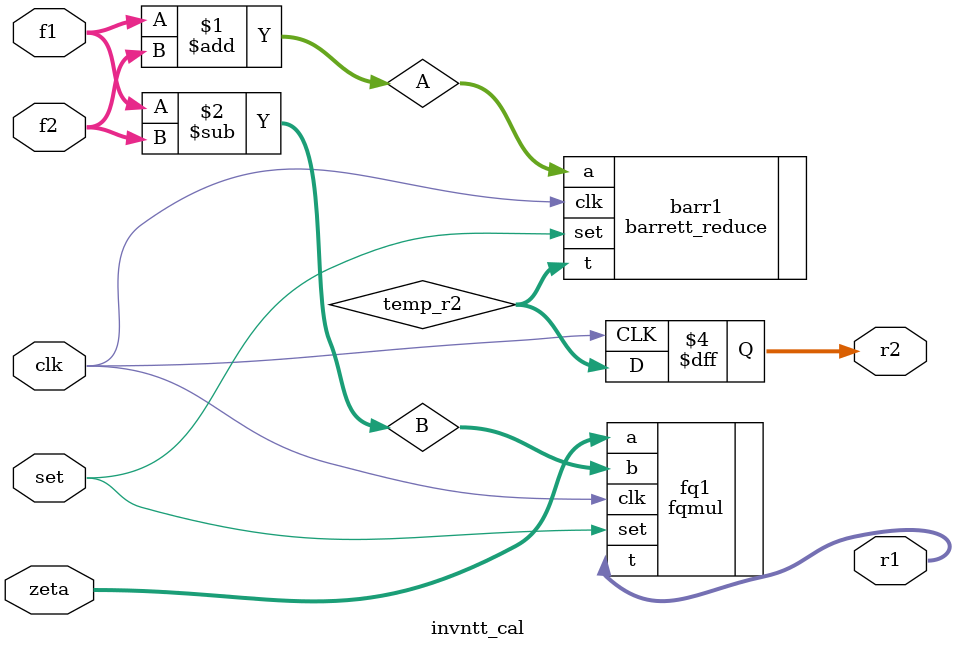
<source format=v>
module invntt_cal(
  input clk,
  input set,
  input wire signed [15:0] f1, // f[j+len]
  input wire signed [15:0] f2, // f[j]
  input wire signed [15:0] zeta,
  output wire signed [15:0] r1,
  output reg signed [15:0] r2
);

wire [15:0] A = f1 + f2;
wire [15:0] B = f1 - f2;
wire [15:0] temp_r2;

barrett_reduce barr1(
  .clk(clk),
  .set(set),
  .a(A),
  .t(temp_r2) // to f2
);

fqmul fq1(
  .clk(clk),
  .set(set),
  .a(zeta),
  .b(B),
  .t(r1)
);

always @(posedge clk) begin
  r2 <= temp_r2;
end

endmodule 
</source>
